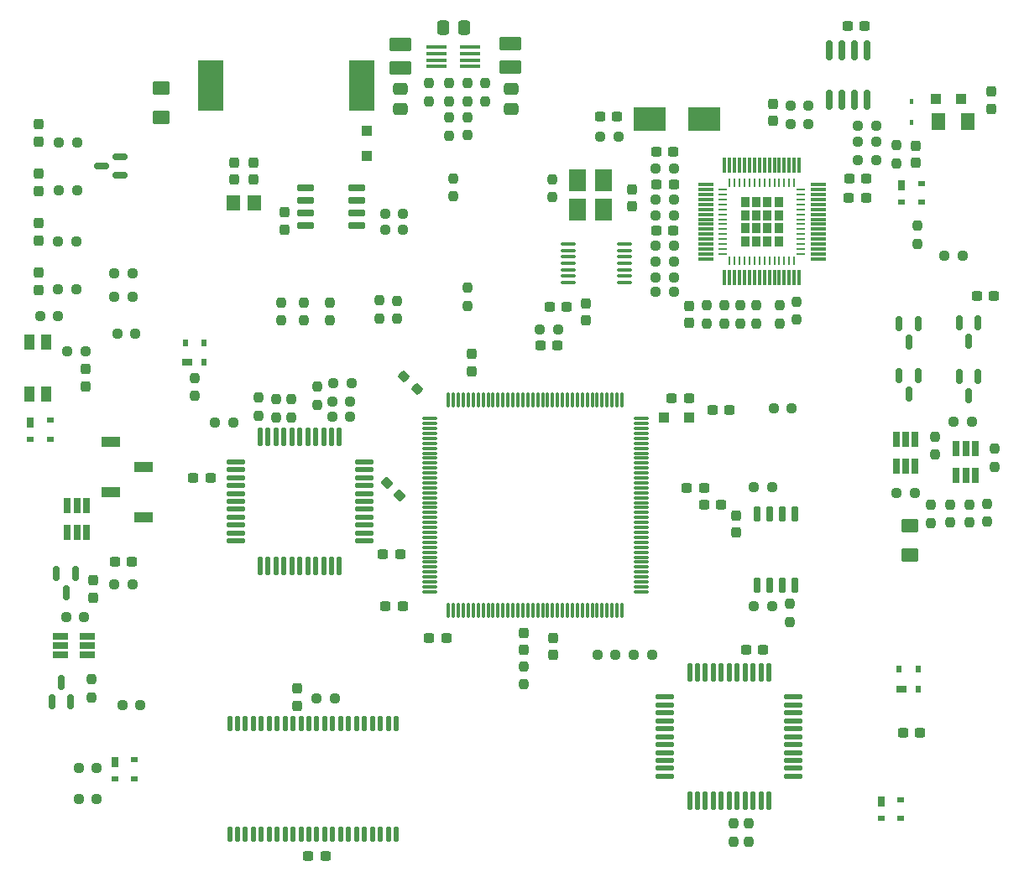
<source format=gbr>
%TF.GenerationSoftware,KiCad,Pcbnew,(6.0.7)*%
%TF.CreationDate,2023-03-28T13:11:04+02:00*%
%TF.ProjectId,open65,6f70656e-3635-42e6-9b69-6361645f7063,rev01*%
%TF.SameCoordinates,Original*%
%TF.FileFunction,Paste,Top*%
%TF.FilePolarity,Positive*%
%FSLAX46Y46*%
G04 Gerber Fmt 4.6, Leading zero omitted, Abs format (unit mm)*
G04 Created by KiCad (PCBNEW (6.0.7)) date 2023-03-28 13:11:04*
%MOMM*%
%LPD*%
G01*
G04 APERTURE LIST*
G04 Aperture macros list*
%AMRoundRect*
0 Rectangle with rounded corners*
0 $1 Rounding radius*
0 $2 $3 $4 $5 $6 $7 $8 $9 X,Y pos of 4 corners*
0 Add a 4 corners polygon primitive as box body*
4,1,4,$2,$3,$4,$5,$6,$7,$8,$9,$2,$3,0*
0 Add four circle primitives for the rounded corners*
1,1,$1+$1,$2,$3*
1,1,$1+$1,$4,$5*
1,1,$1+$1,$6,$7*
1,1,$1+$1,$8,$9*
0 Add four rect primitives between the rounded corners*
20,1,$1+$1,$2,$3,$4,$5,0*
20,1,$1+$1,$4,$5,$6,$7,0*
20,1,$1+$1,$6,$7,$8,$9,0*
20,1,$1+$1,$8,$9,$2,$3,0*%
G04 Aperture macros list end*
%ADD10R,1.760000X2.250000*%
%ADD11RoundRect,0.137500X-0.137500X-0.800000X0.137500X-0.800000X0.137500X0.800000X-0.137500X0.800000X0*%
%ADD12RoundRect,0.137500X-0.800000X-0.137500X0.800000X-0.137500X0.800000X0.137500X-0.800000X0.137500X0*%
%ADD13RoundRect,0.137500X0.800000X0.137500X-0.800000X0.137500X-0.800000X-0.137500X0.800000X-0.137500X0*%
%ADD14RoundRect,0.137500X0.137500X0.800000X-0.137500X0.800000X-0.137500X-0.800000X0.137500X-0.800000X0*%
%ADD15RoundRect,0.237500X-0.237500X0.250000X-0.237500X-0.250000X0.237500X-0.250000X0.237500X0.250000X0*%
%ADD16R,0.650000X1.560000*%
%ADD17RoundRect,0.237500X0.250000X0.237500X-0.250000X0.237500X-0.250000X-0.237500X0.250000X-0.237500X0*%
%ADD18RoundRect,0.150000X-0.150000X0.587500X-0.150000X-0.587500X0.150000X-0.587500X0.150000X0.587500X0*%
%ADD19RoundRect,0.237500X0.300000X0.237500X-0.300000X0.237500X-0.300000X-0.237500X0.300000X-0.237500X0*%
%ADD20RoundRect,0.237500X-0.300000X-0.237500X0.300000X-0.237500X0.300000X0.237500X-0.300000X0.237500X0*%
%ADD21RoundRect,0.237500X0.237500X-0.250000X0.237500X0.250000X-0.237500X0.250000X-0.237500X-0.250000X0*%
%ADD22RoundRect,0.237500X-0.250000X-0.237500X0.250000X-0.237500X0.250000X0.237500X-0.250000X0.237500X0*%
%ADD23R,1.560000X0.650000*%
%ADD24RoundRect,0.150000X-0.725000X-0.150000X0.725000X-0.150000X0.725000X0.150000X-0.725000X0.150000X0*%
%ADD25RoundRect,0.250001X-0.462499X-0.624999X0.462499X-0.624999X0.462499X0.624999X-0.462499X0.624999X0*%
%ADD26RoundRect,0.237500X-0.237500X0.300000X-0.237500X-0.300000X0.237500X-0.300000X0.237500X0.300000X0*%
%ADD27RoundRect,0.250001X-0.624999X0.462499X-0.624999X-0.462499X0.624999X-0.462499X0.624999X0.462499X0*%
%ADD28RoundRect,0.237500X-0.237500X0.287500X-0.237500X-0.287500X0.237500X-0.287500X0.237500X0.287500X0*%
%ADD29RoundRect,0.237500X0.344715X-0.008839X-0.008839X0.344715X-0.344715X0.008839X0.008839X-0.344715X0*%
%ADD30RoundRect,0.250001X-0.849999X0.462499X-0.849999X-0.462499X0.849999X-0.462499X0.849999X0.462499X0*%
%ADD31R,0.450000X0.600000*%
%ADD32R,1.000000X1.550000*%
%ADD33R,1.000000X1.000000*%
%ADD34RoundRect,0.150000X0.150000X-0.650000X0.150000X0.650000X-0.150000X0.650000X-0.150000X-0.650000X0*%
%ADD35RoundRect,0.237500X0.237500X-0.287500X0.237500X0.287500X-0.237500X0.287500X-0.237500X-0.287500X0*%
%ADD36RoundRect,0.237500X0.237500X-0.300000X0.237500X0.300000X-0.237500X0.300000X-0.237500X-0.300000X0*%
%ADD37R,1.900000X1.000000*%
%ADD38RoundRect,0.250000X0.475000X-0.337500X0.475000X0.337500X-0.475000X0.337500X-0.475000X-0.337500X0*%
%ADD39RoundRect,0.137500X-0.137500X0.625000X-0.137500X-0.625000X0.137500X-0.625000X0.137500X0.625000X0*%
%ADD40R,0.700000X1.000000*%
%ADD41R,0.700000X0.600000*%
%ADD42RoundRect,0.237500X-0.380070X0.044194X0.044194X-0.380070X0.380070X-0.044194X-0.044194X0.380070X0*%
%ADD43RoundRect,0.227500X-0.227500X-0.297500X0.227500X-0.297500X0.227500X0.297500X-0.227500X0.297500X0*%
%ADD44RoundRect,0.062500X-0.375000X-0.062500X0.375000X-0.062500X0.375000X0.062500X-0.375000X0.062500X0*%
%ADD45RoundRect,0.062500X-0.062500X-0.375000X0.062500X-0.375000X0.062500X0.375000X-0.062500X0.375000X0*%
%ADD46RoundRect,0.075000X-0.700000X-0.075000X0.700000X-0.075000X0.700000X0.075000X-0.700000X0.075000X0*%
%ADD47RoundRect,0.075000X-0.075000X-0.700000X0.075000X-0.700000X0.075000X0.700000X-0.075000X0.700000X0*%
%ADD48R,3.325000X2.400000*%
%ADD49R,2.500000X5.100000*%
%ADD50RoundRect,0.075000X-0.662500X-0.075000X0.662500X-0.075000X0.662500X0.075000X-0.662500X0.075000X0*%
%ADD51RoundRect,0.075000X-0.075000X-0.662500X0.075000X-0.662500X0.075000X0.662500X-0.075000X0.662500X0*%
%ADD52RoundRect,0.100000X0.637500X0.100000X-0.637500X0.100000X-0.637500X-0.100000X0.637500X-0.100000X0*%
%ADD53RoundRect,0.150000X0.587500X0.150000X-0.587500X0.150000X-0.587500X-0.150000X0.587500X-0.150000X0*%
%ADD54R,2.000000X0.400000*%
%ADD55RoundRect,0.150000X0.150000X-0.587500X0.150000X0.587500X-0.150000X0.587500X-0.150000X-0.587500X0*%
%ADD56RoundRect,0.250000X0.337500X0.475000X-0.337500X0.475000X-0.337500X-0.475000X0.337500X-0.475000X0*%
%ADD57R,1.000000X0.700000*%
%ADD58R,0.600000X0.700000*%
%ADD59RoundRect,0.150000X0.150000X-0.825000X0.150000X0.825000X-0.150000X0.825000X-0.150000X-0.825000X0*%
%ADD60R,1.400000X1.500000*%
%ADD61RoundRect,0.250001X0.849999X-0.462499X0.849999X0.462499X-0.849999X0.462499X-0.849999X-0.462499X0*%
G04 APERTURE END LIST*
D10*
%TO.C,X301*%
X114050000Y-67825000D03*
X111350000Y-67825000D03*
X111350000Y-70775000D03*
X114050000Y-70775000D03*
%TD*%
D11*
%TO.C,U201*%
X79380000Y-93752500D03*
X80180000Y-93752500D03*
X80980000Y-93752500D03*
X81780000Y-93752500D03*
X82580000Y-93752500D03*
X83380000Y-93752500D03*
X84180000Y-93752500D03*
X84980000Y-93752500D03*
X85780000Y-93752500D03*
X86580000Y-93752500D03*
X87380000Y-93752500D03*
D12*
X89867500Y-96240000D03*
X89867500Y-97040000D03*
X89867500Y-97840000D03*
X89867500Y-98640000D03*
X89867500Y-99440000D03*
X89867500Y-100240000D03*
X89867500Y-101040000D03*
X89867500Y-101840000D03*
X89867500Y-102640000D03*
X89867500Y-103440000D03*
X89867500Y-104240000D03*
D11*
X87380000Y-106727500D03*
X86580000Y-106727500D03*
X85780000Y-106727500D03*
X84980000Y-106727500D03*
X84180000Y-106727500D03*
X83380000Y-106727500D03*
X82580000Y-106727500D03*
X81780000Y-106727500D03*
X80980000Y-106727500D03*
X80180000Y-106727500D03*
X79380000Y-106727500D03*
D12*
X76892500Y-104240000D03*
X76892500Y-103440000D03*
X76892500Y-102640000D03*
X76892500Y-101840000D03*
X76892500Y-101040000D03*
X76892500Y-100240000D03*
X76892500Y-99440000D03*
X76892500Y-98640000D03*
X76892500Y-97840000D03*
X76892500Y-97040000D03*
X76892500Y-96240000D03*
%TD*%
D13*
%TO.C,U401*%
X133187500Y-128000000D03*
X133187500Y-127200000D03*
X133187500Y-126400000D03*
X133187500Y-125600000D03*
X133187500Y-124800000D03*
X133187500Y-124000000D03*
X133187500Y-123200000D03*
X133187500Y-122400000D03*
X133187500Y-121600000D03*
X133187500Y-120800000D03*
X133187500Y-120000000D03*
D14*
X130700000Y-117512500D03*
X129900000Y-117512500D03*
X129100000Y-117512500D03*
X128300000Y-117512500D03*
X127500000Y-117512500D03*
X126700000Y-117512500D03*
X125900000Y-117512500D03*
X125100000Y-117512500D03*
X124300000Y-117512500D03*
X123500000Y-117512500D03*
X122700000Y-117512500D03*
D13*
X120212500Y-120000000D03*
X120212500Y-120800000D03*
X120212500Y-121600000D03*
X120212500Y-122400000D03*
X120212500Y-123200000D03*
X120212500Y-124000000D03*
X120212500Y-124800000D03*
X120212500Y-125600000D03*
X120212500Y-126400000D03*
X120212500Y-127200000D03*
X120212500Y-128000000D03*
D14*
X122700000Y-130487500D03*
X123500000Y-130487500D03*
X124300000Y-130487500D03*
X125100000Y-130487500D03*
X125900000Y-130487500D03*
X126700000Y-130487500D03*
X127500000Y-130487500D03*
X128300000Y-130487500D03*
X129100000Y-130487500D03*
X129900000Y-130487500D03*
X130700000Y-130487500D03*
%TD*%
D15*
%TO.C,R517*%
X100300000Y-78687500D03*
X100300000Y-80512500D03*
%TD*%
D16*
%TO.C,U602*%
X149600000Y-97600000D03*
X150550000Y-97600000D03*
X151500000Y-97600000D03*
X151500000Y-94900000D03*
X150550000Y-94900000D03*
X149600000Y-94900000D03*
%TD*%
D17*
%TO.C,R305*%
X131012500Y-98800000D03*
X129187500Y-98800000D03*
%TD*%
D18*
%TO.C,Q601*%
X145750000Y-87512500D03*
X143850000Y-87512500D03*
X144800000Y-89387500D03*
%TD*%
D19*
%TO.C,C601*%
X153412500Y-79500000D03*
X151687500Y-79500000D03*
%TD*%
D17*
%TO.C,R514*%
X121112500Y-77600000D03*
X119287500Y-77600000D03*
%TD*%
%TO.C,R515*%
X121112500Y-79100000D03*
X119287500Y-79100000D03*
%TD*%
D20*
%TO.C,C502*%
X138787500Y-67680000D03*
X140512500Y-67680000D03*
%TD*%
D15*
%TO.C,R214*%
X83800000Y-80167500D03*
X83800000Y-81992500D03*
%TD*%
D21*
%TO.C,R414*%
X62400000Y-120012500D03*
X62400000Y-118187500D03*
%TD*%
D22*
%TO.C,R707*%
X59087500Y-64000000D03*
X60912500Y-64000000D03*
%TD*%
D23*
%TO.C,U403*%
X59250000Y-113850000D03*
X59250000Y-114800000D03*
X59250000Y-115750000D03*
X61950000Y-115750000D03*
X61950000Y-114800000D03*
X61950000Y-113850000D03*
%TD*%
D17*
%TO.C,R509*%
X134712500Y-62100000D03*
X132887500Y-62100000D03*
%TD*%
D24*
%TO.C,U402*%
X83975000Y-68575000D03*
X83975000Y-69845000D03*
X83975000Y-71115000D03*
X83975000Y-72385000D03*
X89125000Y-72385000D03*
X89125000Y-71115000D03*
X89125000Y-69845000D03*
X89125000Y-68575000D03*
%TD*%
D25*
%TO.C,F501*%
X147812500Y-61900000D03*
X150787500Y-61900000D03*
%TD*%
D26*
%TO.C,C307*%
X106000000Y-113537500D03*
X106000000Y-115262500D03*
%TD*%
D27*
%TO.C,F401*%
X69400000Y-58512500D03*
X69400000Y-61487500D03*
%TD*%
D20*
%TO.C,C405*%
X64737500Y-106350000D03*
X66462500Y-106350000D03*
%TD*%
D21*
%TO.C,R207*%
X86400000Y-81992500D03*
X86400000Y-80167500D03*
%TD*%
D28*
%TO.C,D502*%
X153100000Y-58825000D03*
X153100000Y-60575000D03*
%TD*%
D26*
%TO.C,C309*%
X127400000Y-101637500D03*
X127400000Y-103362500D03*
%TD*%
D22*
%TO.C,R508*%
X139687500Y-63900000D03*
X141512500Y-63900000D03*
%TD*%
D16*
%TO.C,U404*%
X59950000Y-103350000D03*
X60900000Y-103350000D03*
X61850000Y-103350000D03*
X61850000Y-100650000D03*
X60900000Y-100650000D03*
X59950000Y-100650000D03*
%TD*%
D29*
%TO.C,R210*%
X95195235Y-88875235D03*
X93904765Y-87584765D03*
%TD*%
D26*
%TO.C,C201*%
X83100000Y-119137500D03*
X83100000Y-120862500D03*
%TD*%
D21*
%TO.C,R604*%
X152700000Y-102312500D03*
X152700000Y-100487500D03*
%TD*%
D17*
%TO.C,R209*%
X88483500Y-90200000D03*
X86658500Y-90200000D03*
%TD*%
%TO.C,R415*%
X60825000Y-74000000D03*
X59000000Y-74000000D03*
%TD*%
D15*
%TO.C,R606*%
X147500000Y-93687500D03*
X147500000Y-95512500D03*
%TD*%
D26*
%TO.C,C303*%
X112200000Y-80217500D03*
X112200000Y-81942500D03*
%TD*%
D17*
%TO.C,R502*%
X150212500Y-75400000D03*
X148387500Y-75400000D03*
%TD*%
D20*
%TO.C,C505*%
X113637500Y-61380000D03*
X115362500Y-61380000D03*
%TD*%
%TO.C,C314*%
X120887500Y-89830000D03*
X122612500Y-89830000D03*
%TD*%
D22*
%TO.C,R307*%
X59087500Y-68800000D03*
X60912500Y-68800000D03*
%TD*%
D15*
%TO.C,R304*%
X132800000Y-110587500D03*
X132800000Y-112412500D03*
%TD*%
%TO.C,R401*%
X127100000Y-132787500D03*
X127100000Y-134612500D03*
%TD*%
D22*
%TO.C,R412*%
X64687500Y-79600000D03*
X66512500Y-79600000D03*
%TD*%
D30*
%TO.C,L702*%
X104600000Y-54037500D03*
X104600000Y-56362500D03*
%TD*%
D20*
%TO.C,C202*%
X84237500Y-136080000D03*
X85962500Y-136080000D03*
%TD*%
D17*
%TO.C,R513*%
X121112500Y-76000000D03*
X119287500Y-76000000D03*
%TD*%
D15*
%TO.C,R501*%
X145700000Y-72387500D03*
X145700000Y-74212500D03*
%TD*%
%TO.C,R511*%
X126250000Y-80467500D03*
X126250000Y-82292500D03*
%TD*%
D31*
%TO.C,D503*%
X145100000Y-59850000D03*
X145100000Y-61950000D03*
%TD*%
D21*
%TO.C,R703*%
X98400000Y-63312500D03*
X98400000Y-61487500D03*
%TD*%
%TO.C,R503*%
X143600000Y-66112500D03*
X143600000Y-64287500D03*
%TD*%
D32*
%TO.C,SW301*%
X56100000Y-89375000D03*
X56100000Y-84125000D03*
X57800000Y-89375000D03*
X57800000Y-84125000D03*
%TD*%
D26*
%TO.C,C509*%
X122650000Y-80517500D03*
X122650000Y-82242500D03*
%TD*%
D22*
%TO.C,R309*%
X113687500Y-63430000D03*
X115512500Y-63430000D03*
%TD*%
D15*
%TO.C,R608*%
X153450000Y-94937500D03*
X153450000Y-96762500D03*
%TD*%
D26*
%TO.C,C302*%
X108900000Y-114037500D03*
X108900000Y-115762500D03*
%TD*%
D33*
%TO.C,D301*%
X120150000Y-91800000D03*
X122650000Y-91800000D03*
%TD*%
D15*
%TO.C,R516*%
X129450000Y-80467500D03*
X129450000Y-82292500D03*
%TD*%
D17*
%TO.C,R302*%
X131012500Y-110800000D03*
X129187500Y-110800000D03*
%TD*%
%TO.C,R607*%
X151162500Y-92200000D03*
X149337500Y-92200000D03*
%TD*%
D15*
%TO.C,R510*%
X124450000Y-80467500D03*
X124450000Y-82292500D03*
%TD*%
D22*
%TO.C,R306*%
X117087500Y-115700000D03*
X118912500Y-115700000D03*
%TD*%
D26*
%TO.C,C317*%
X61750000Y-86887500D03*
X61750000Y-88612500D03*
%TD*%
D17*
%TO.C,R506*%
X134712500Y-60300000D03*
X132887500Y-60300000D03*
%TD*%
D22*
%TO.C,R505*%
X119287500Y-74400000D03*
X121112500Y-74400000D03*
%TD*%
D19*
%TO.C,C503*%
X121062500Y-72900000D03*
X119337500Y-72900000D03*
%TD*%
D21*
%TO.C,R407*%
X72800000Y-89612500D03*
X72800000Y-87787500D03*
%TD*%
D34*
%TO.C,U302*%
X129495000Y-108700000D03*
X130765000Y-108700000D03*
X132035000Y-108700000D03*
X133305000Y-108700000D03*
X133305000Y-101500000D03*
X132035000Y-101500000D03*
X130765000Y-101500000D03*
X129495000Y-101500000D03*
%TD*%
D26*
%TO.C,C501*%
X145500000Y-64337500D03*
X145500000Y-66062500D03*
%TD*%
D15*
%TO.C,R512*%
X127850000Y-80467500D03*
X127850000Y-82292500D03*
%TD*%
D35*
%TO.C,D402*%
X57000000Y-73875000D03*
X57000000Y-72125000D03*
%TD*%
D20*
%TO.C,C305*%
X124137500Y-100580000D03*
X125862500Y-100580000D03*
%TD*%
D19*
%TO.C,C311*%
X93500000Y-105580000D03*
X91775000Y-105580000D03*
%TD*%
D22*
%TO.C,R406*%
X61087500Y-127200000D03*
X62912500Y-127200000D03*
%TD*%
D36*
%TO.C,C315*%
X116900000Y-70462500D03*
X116900000Y-68737500D03*
%TD*%
D19*
%TO.C,C504*%
X121112500Y-68250000D03*
X119387500Y-68250000D03*
%TD*%
D22*
%TO.C,R504*%
X119287500Y-69800000D03*
X121112500Y-69800000D03*
%TD*%
D21*
%TO.C,R706*%
X100300000Y-63262500D03*
X100300000Y-61437500D03*
%TD*%
D37*
%TO.C,J604*%
X64350000Y-94190000D03*
X67650000Y-96730000D03*
X64350000Y-99270000D03*
X67650000Y-101810000D03*
%TD*%
D33*
%TO.C,D401*%
X90100000Y-65350000D03*
X90100000Y-62850000D03*
%TD*%
D20*
%TO.C,C406*%
X128400000Y-115200000D03*
X130125000Y-115200000D03*
%TD*%
D38*
%TO.C,C703*%
X104700000Y-60637500D03*
X104700000Y-58562500D03*
%TD*%
D20*
%TO.C,C507*%
X138637500Y-52200000D03*
X140362500Y-52200000D03*
%TD*%
D18*
%TO.C,Q603*%
X151800000Y-82212500D03*
X149900000Y-82212500D03*
X150850000Y-84087500D03*
%TD*%
D36*
%TO.C,C404*%
X62500000Y-109962500D03*
X62500000Y-108237500D03*
%TD*%
D39*
%TO.C,U202*%
X93100000Y-122712500D03*
X92300000Y-122712500D03*
X91500000Y-122712500D03*
X90700000Y-122712500D03*
X89900000Y-122712500D03*
X89100000Y-122712500D03*
X88300000Y-122712500D03*
X87500000Y-122712500D03*
X86700000Y-122712500D03*
X85900000Y-122712500D03*
X85100000Y-122712500D03*
X84300000Y-122712500D03*
X83500000Y-122712500D03*
X82700000Y-122712500D03*
X81900000Y-122712500D03*
X81100000Y-122712500D03*
X80300000Y-122712500D03*
X79500000Y-122712500D03*
X78700000Y-122712500D03*
X77900000Y-122712500D03*
X77100000Y-122712500D03*
X76300000Y-122712500D03*
X76300000Y-133887500D03*
X77100000Y-133887500D03*
X77900000Y-133887500D03*
X78700000Y-133887500D03*
X79500000Y-133887500D03*
X80300000Y-133887500D03*
X81100000Y-133887500D03*
X81900000Y-133887500D03*
X82700000Y-133887500D03*
X83500000Y-133887500D03*
X84300000Y-133887500D03*
X85100000Y-133887500D03*
X85900000Y-133887500D03*
X86700000Y-133887500D03*
X87500000Y-133887500D03*
X88300000Y-133887500D03*
X89100000Y-133887500D03*
X89900000Y-133887500D03*
X90700000Y-133887500D03*
X91500000Y-133887500D03*
X92300000Y-133887500D03*
X93100000Y-133887500D03*
%TD*%
D22*
%TO.C,R204*%
X74847500Y-92239000D03*
X76672500Y-92239000D03*
%TD*%
D40*
%TO.C,D303*%
X56200000Y-92250000D03*
D41*
X56200000Y-93950000D03*
X58200000Y-93950000D03*
X58200000Y-92050000D03*
%TD*%
D21*
%TO.C,R212*%
X82491000Y-91754500D03*
X82491000Y-89929500D03*
%TD*%
D17*
%TO.C,R416*%
X60825000Y-78800000D03*
X59000000Y-78800000D03*
%TD*%
D21*
%TO.C,R602*%
X149000000Y-102362500D03*
X149000000Y-100537500D03*
%TD*%
D42*
%TO.C,C204*%
X92190120Y-98390120D03*
X93409880Y-99609880D03*
%TD*%
D36*
%TO.C,C402*%
X76800000Y-67742500D03*
X76800000Y-66017500D03*
%TD*%
D43*
%TO.C,U501*%
X130560000Y-71350000D03*
X131680000Y-71350000D03*
X130560000Y-70050000D03*
X129440000Y-70050000D03*
X129440000Y-73950000D03*
X128320000Y-70050000D03*
X129440000Y-72650000D03*
X131680000Y-72650000D03*
X130560000Y-72650000D03*
X128320000Y-72650000D03*
X129440000Y-71350000D03*
X128320000Y-73950000D03*
X131680000Y-73950000D03*
X130560000Y-73950000D03*
X131680000Y-70050000D03*
X128320000Y-71350000D03*
D44*
X126062500Y-68750000D03*
X126062500Y-69250000D03*
X126062500Y-69750000D03*
X126062500Y-70250000D03*
X126062500Y-70750000D03*
X126062500Y-71250000D03*
X126062500Y-71750000D03*
X126062500Y-72250000D03*
X126062500Y-72750000D03*
X126062500Y-73250000D03*
X126062500Y-73750000D03*
X126062500Y-74250000D03*
X126062500Y-74750000D03*
X126062500Y-75250000D03*
D45*
X126750000Y-75937500D03*
X127250000Y-75937500D03*
X127750000Y-75937500D03*
X128250000Y-75937500D03*
X128750000Y-75937500D03*
X129250000Y-75937500D03*
X129750000Y-75937500D03*
X130250000Y-75937500D03*
X130750000Y-75937500D03*
X131250000Y-75937500D03*
X131750000Y-75937500D03*
X132250000Y-75937500D03*
X132750000Y-75937500D03*
X133250000Y-75937500D03*
D44*
X133937500Y-75250000D03*
X133937500Y-74750000D03*
X133937500Y-74250000D03*
X133937500Y-73750000D03*
X133937500Y-73250000D03*
X133937500Y-72750000D03*
X133937500Y-72250000D03*
X133937500Y-71750000D03*
X133937500Y-71250000D03*
X133937500Y-70750000D03*
X133937500Y-70250000D03*
X133937500Y-69750000D03*
X133937500Y-69250000D03*
X133937500Y-68750000D03*
D45*
X133250000Y-68062500D03*
X132750000Y-68062500D03*
X132250000Y-68062500D03*
X131750000Y-68062500D03*
X131250000Y-68062500D03*
X130750000Y-68062500D03*
X130250000Y-68062500D03*
X129750000Y-68062500D03*
X129250000Y-68062500D03*
X128750000Y-68062500D03*
X128250000Y-68062500D03*
X127750000Y-68062500D03*
X127250000Y-68062500D03*
X126750000Y-68062500D03*
%TD*%
D17*
%TO.C,R301*%
X115212500Y-115700000D03*
X113387500Y-115700000D03*
%TD*%
%TO.C,R507*%
X141512500Y-62300000D03*
X139687500Y-62300000D03*
%TD*%
D21*
%TO.C,R206*%
X79200000Y-91592500D03*
X79200000Y-89767500D03*
%TD*%
D15*
%TO.C,R518*%
X131800000Y-80467500D03*
X131800000Y-82292500D03*
%TD*%
D20*
%TO.C,C508*%
X138775000Y-69600000D03*
X140500000Y-69600000D03*
%TD*%
D21*
%TO.C,R521*%
X98850000Y-69442500D03*
X98850000Y-67617500D03*
%TD*%
D15*
%TO.C,R202*%
X93200000Y-79967500D03*
X93200000Y-81792500D03*
%TD*%
D46*
%TO.C,U504*%
X124325000Y-68250000D03*
X124325000Y-68750000D03*
X124325000Y-69250000D03*
X124325000Y-69750000D03*
X124325000Y-70250000D03*
X124325000Y-70750000D03*
X124325000Y-71250000D03*
X124325000Y-71750000D03*
X124325000Y-72250000D03*
X124325000Y-72750000D03*
X124325000Y-73250000D03*
X124325000Y-73750000D03*
X124325000Y-74250000D03*
X124325000Y-74750000D03*
X124325000Y-75250000D03*
X124325000Y-75750000D03*
D47*
X126250000Y-77675000D03*
X126750000Y-77675000D03*
X127250000Y-77675000D03*
X127750000Y-77675000D03*
X128250000Y-77675000D03*
X128750000Y-77675000D03*
X129250000Y-77675000D03*
X129750000Y-77675000D03*
X130250000Y-77675000D03*
X130750000Y-77675000D03*
X131250000Y-77675000D03*
X131750000Y-77675000D03*
X132250000Y-77675000D03*
X132750000Y-77675000D03*
X133250000Y-77675000D03*
X133750000Y-77675000D03*
D46*
X135675000Y-75750000D03*
X135675000Y-75250000D03*
X135675000Y-74750000D03*
X135675000Y-74250000D03*
X135675000Y-73750000D03*
X135675000Y-73250000D03*
X135675000Y-72750000D03*
X135675000Y-72250000D03*
X135675000Y-71750000D03*
X135675000Y-71250000D03*
X135675000Y-70750000D03*
X135675000Y-70250000D03*
X135675000Y-69750000D03*
X135675000Y-69250000D03*
X135675000Y-68750000D03*
X135675000Y-68250000D03*
D47*
X133750000Y-66325000D03*
X133250000Y-66325000D03*
X132750000Y-66325000D03*
X132250000Y-66325000D03*
X131750000Y-66325000D03*
X131250000Y-66325000D03*
X130750000Y-66325000D03*
X130250000Y-66325000D03*
X129750000Y-66325000D03*
X129250000Y-66325000D03*
X128750000Y-66325000D03*
X128250000Y-66325000D03*
X127750000Y-66325000D03*
X127250000Y-66325000D03*
X126750000Y-66325000D03*
X126250000Y-66325000D03*
%TD*%
D26*
%TO.C,C401*%
X81850000Y-71067500D03*
X81850000Y-72792500D03*
%TD*%
D22*
%TO.C,R520*%
X139687500Y-65760000D03*
X141512500Y-65760000D03*
%TD*%
D15*
%TO.C,R702*%
X96400000Y-57987500D03*
X96400000Y-59812500D03*
%TD*%
D22*
%TO.C,FB502*%
X119287500Y-66600000D03*
X121112500Y-66600000D03*
%TD*%
D18*
%TO.C,Q602*%
X145750000Y-82262500D03*
X143850000Y-82262500D03*
X144800000Y-84137500D03*
%TD*%
D15*
%TO.C,R402*%
X128700000Y-132787500D03*
X128700000Y-134612500D03*
%TD*%
D36*
%TO.C,C306*%
X100750000Y-87079999D03*
X100750000Y-85354999D03*
%TD*%
D22*
%TO.C,R410*%
X64687500Y-77200000D03*
X66512500Y-77200000D03*
%TD*%
D48*
%TO.C,Y501*%
X124162500Y-61630000D03*
X118637500Y-61630000D03*
%TD*%
D49*
%TO.C,BT401*%
X74400000Y-58250000D03*
X89600000Y-58250000D03*
%TD*%
D21*
%TO.C,R205*%
X91400000Y-81780000D03*
X91400000Y-79955000D03*
%TD*%
D36*
%TO.C,C510*%
X131100000Y-61842500D03*
X131100000Y-60117500D03*
%TD*%
D22*
%TO.C,R413*%
X59787500Y-111900000D03*
X61612500Y-111900000D03*
%TD*%
D19*
%TO.C,C602*%
X145962500Y-123600000D03*
X144237500Y-123600000D03*
%TD*%
D33*
%TO.C,D501*%
X147550000Y-59600000D03*
X150050000Y-59600000D03*
%TD*%
D27*
%TO.C,F601*%
X144910000Y-102714564D03*
X144910000Y-105689564D03*
%TD*%
D22*
%TO.C,FB501*%
X119287500Y-71400000D03*
X121112500Y-71400000D03*
%TD*%
D40*
%TO.C,D404*%
X64700000Y-126550000D03*
D41*
X64700000Y-128250000D03*
X66700000Y-128250000D03*
X66700000Y-126350000D03*
%TD*%
D40*
%TO.C,D602*%
X142000000Y-130550000D03*
D41*
X142000000Y-132250000D03*
X144000000Y-132250000D03*
X144000000Y-130350000D03*
%TD*%
D50*
%TO.C,U301*%
X96466500Y-91871000D03*
X96466500Y-92371000D03*
X96466500Y-92871000D03*
X96466500Y-93371000D03*
X96466500Y-93871000D03*
X96466500Y-94371000D03*
X96466500Y-94871000D03*
X96466500Y-95371000D03*
X96466500Y-95871000D03*
X96466500Y-96371000D03*
X96466500Y-96871000D03*
X96466500Y-97371000D03*
X96466500Y-97871000D03*
X96466500Y-98371000D03*
X96466500Y-98871000D03*
X96466500Y-99371000D03*
X96466500Y-99871000D03*
X96466500Y-100371000D03*
X96466500Y-100871000D03*
X96466500Y-101371000D03*
X96466500Y-101871000D03*
X96466500Y-102371000D03*
X96466500Y-102871000D03*
X96466500Y-103371000D03*
X96466500Y-103871000D03*
X96466500Y-104371000D03*
X96466500Y-104871000D03*
X96466500Y-105371000D03*
X96466500Y-105871000D03*
X96466500Y-106371000D03*
X96466500Y-106871000D03*
X96466500Y-107371000D03*
X96466500Y-107871000D03*
X96466500Y-108371000D03*
X96466500Y-108871000D03*
X96466500Y-109371000D03*
D51*
X98379000Y-111283500D03*
X98879000Y-111283500D03*
X99379000Y-111283500D03*
X99879000Y-111283500D03*
X100379000Y-111283500D03*
X100879000Y-111283500D03*
X101379000Y-111283500D03*
X101879000Y-111283500D03*
X102379000Y-111283500D03*
X102879000Y-111283500D03*
X103379000Y-111283500D03*
X103879000Y-111283500D03*
X104379000Y-111283500D03*
X104879000Y-111283500D03*
X105379000Y-111283500D03*
X105879000Y-111283500D03*
X106379000Y-111283500D03*
X106879000Y-111283500D03*
X107379000Y-111283500D03*
X107879000Y-111283500D03*
X108379000Y-111283500D03*
X108879000Y-111283500D03*
X109379000Y-111283500D03*
X109879000Y-111283500D03*
X110379000Y-111283500D03*
X110879000Y-111283500D03*
X111379000Y-111283500D03*
X111879000Y-111283500D03*
X112379000Y-111283500D03*
X112879000Y-111283500D03*
X113379000Y-111283500D03*
X113879000Y-111283500D03*
X114379000Y-111283500D03*
X114879000Y-111283500D03*
X115379000Y-111283500D03*
X115879000Y-111283500D03*
D50*
X117791500Y-109371000D03*
X117791500Y-108871000D03*
X117791500Y-108371000D03*
X117791500Y-107871000D03*
X117791500Y-107371000D03*
X117791500Y-106871000D03*
X117791500Y-106371000D03*
X117791500Y-105871000D03*
X117791500Y-105371000D03*
X117791500Y-104871000D03*
X117791500Y-104371000D03*
X117791500Y-103871000D03*
X117791500Y-103371000D03*
X117791500Y-102871000D03*
X117791500Y-102371000D03*
X117791500Y-101871000D03*
X117791500Y-101371000D03*
X117791500Y-100871000D03*
X117791500Y-100371000D03*
X117791500Y-99871000D03*
X117791500Y-99371000D03*
X117791500Y-98871000D03*
X117791500Y-98371000D03*
X117791500Y-97871000D03*
X117791500Y-97371000D03*
X117791500Y-96871000D03*
X117791500Y-96371000D03*
X117791500Y-95871000D03*
X117791500Y-95371000D03*
X117791500Y-94871000D03*
X117791500Y-94371000D03*
X117791500Y-93871000D03*
X117791500Y-93371000D03*
X117791500Y-92871000D03*
X117791500Y-92371000D03*
X117791500Y-91871000D03*
D51*
X115879000Y-89958500D03*
X115379000Y-89958500D03*
X114879000Y-89958500D03*
X114379000Y-89958500D03*
X113879000Y-89958500D03*
X113379000Y-89958500D03*
X112879000Y-89958500D03*
X112379000Y-89958500D03*
X111879000Y-89958500D03*
X111379000Y-89958500D03*
X110879000Y-89958500D03*
X110379000Y-89958500D03*
X109879000Y-89958500D03*
X109379000Y-89958500D03*
X108879000Y-89958500D03*
X108379000Y-89958500D03*
X107879000Y-89958500D03*
X107379000Y-89958500D03*
X106879000Y-89958500D03*
X106379000Y-89958500D03*
X105879000Y-89958500D03*
X105379000Y-89958500D03*
X104879000Y-89958500D03*
X104379000Y-89958500D03*
X103879000Y-89958500D03*
X103379000Y-89958500D03*
X102879000Y-89958500D03*
X102379000Y-89958500D03*
X101879000Y-89958500D03*
X101379000Y-89958500D03*
X100879000Y-89958500D03*
X100379000Y-89958500D03*
X99879000Y-89958500D03*
X99379000Y-89958500D03*
X98879000Y-89958500D03*
X98379000Y-89958500D03*
%TD*%
D52*
%TO.C,U503*%
X116162500Y-78150000D03*
X116162500Y-77500000D03*
X116162500Y-76850000D03*
X116162500Y-76200000D03*
X116162500Y-75550000D03*
X116162500Y-74900000D03*
X116162500Y-74250000D03*
X110437500Y-74250000D03*
X110437500Y-74900000D03*
X110437500Y-75550000D03*
X110437500Y-76200000D03*
X110437500Y-76850000D03*
X110437500Y-77500000D03*
X110437500Y-78150000D03*
%TD*%
D17*
%TO.C,R211*%
X86658500Y-91700000D03*
X88483500Y-91700000D03*
%TD*%
D20*
%TO.C,C316*%
X108587500Y-80580000D03*
X110312500Y-80580000D03*
%TD*%
D16*
%TO.C,U601*%
X143550000Y-96700000D03*
X144500000Y-96700000D03*
X145450000Y-96700000D03*
X145450000Y-94000000D03*
X144500000Y-94000000D03*
X143550000Y-94000000D03*
%TD*%
D22*
%TO.C,R411*%
X64687500Y-108600000D03*
X66512500Y-108600000D03*
%TD*%
D19*
%TO.C,C304*%
X93762500Y-110780000D03*
X92037500Y-110780000D03*
%TD*%
D15*
%TO.C,R519*%
X133500000Y-80067500D03*
X133500000Y-81892500D03*
%TD*%
%TO.C,FB301*%
X106000000Y-116887500D03*
X106000000Y-118712500D03*
%TD*%
D19*
%TO.C,C310*%
X98162500Y-114080000D03*
X96437500Y-114080000D03*
%TD*%
D22*
%TO.C,R601*%
X143575000Y-99350000D03*
X145400000Y-99350000D03*
%TD*%
D20*
%TO.C,C506*%
X119337500Y-64900000D03*
X121062500Y-64900000D03*
%TD*%
D22*
%TO.C,R201*%
X85087500Y-120100000D03*
X86912500Y-120100000D03*
%TD*%
D15*
%TO.C,R203*%
X81500000Y-80167500D03*
X81500000Y-81992500D03*
%TD*%
D53*
%TO.C,Q301*%
X65287500Y-67330000D03*
X65287500Y-65430000D03*
X63412500Y-66380000D03*
%TD*%
D21*
%TO.C,R605*%
X147050000Y-102412500D03*
X147050000Y-100587500D03*
%TD*%
D20*
%TO.C,C301*%
X124987500Y-91050000D03*
X126712500Y-91050000D03*
%TD*%
D22*
%TO.C,R215*%
X86785500Y-88302000D03*
X88610500Y-88302000D03*
%TD*%
D35*
%TO.C,D701*%
X57000000Y-63925000D03*
X57000000Y-62175000D03*
%TD*%
%TO.C,D302*%
X57000000Y-68875000D03*
X57000000Y-67125000D03*
%TD*%
D22*
%TO.C,R403*%
X91987500Y-71160000D03*
X93812500Y-71160000D03*
%TD*%
D19*
%TO.C,C203*%
X74362500Y-97900000D03*
X72637500Y-97900000D03*
%TD*%
D18*
%TO.C,Q604*%
X151800000Y-87662500D03*
X149900000Y-87662500D03*
X150850000Y-89537500D03*
%TD*%
D15*
%TO.C,R208*%
X80967000Y-89929500D03*
X80967000Y-91754500D03*
%TD*%
D20*
%TO.C,C312*%
X122437500Y-98880000D03*
X124162500Y-98880000D03*
%TD*%
D54*
%TO.C,U701*%
X100560000Y-56320000D03*
X100560000Y-55680000D03*
X100560000Y-55020000D03*
X100560000Y-54380000D03*
X97140000Y-54380000D03*
X97140000Y-55020000D03*
X97140000Y-55680000D03*
X97140000Y-56320000D03*
%TD*%
D15*
%TO.C,R705*%
X102100000Y-57987500D03*
X102100000Y-59812500D03*
%TD*%
D38*
%TO.C,C702*%
X93500000Y-60637500D03*
X93500000Y-58562500D03*
%TD*%
D55*
%TO.C,Q402*%
X58350000Y-120437500D03*
X60250000Y-120437500D03*
X59300000Y-118562500D03*
%TD*%
D17*
%TO.C,R311*%
X61762500Y-85100000D03*
X59937500Y-85100000D03*
%TD*%
D21*
%TO.C,R704*%
X100300000Y-59812500D03*
X100300000Y-57987500D03*
%TD*%
D56*
%TO.C,C701*%
X99937500Y-52400000D03*
X97862500Y-52400000D03*
%TD*%
D22*
%TO.C,R310*%
X57187500Y-81550000D03*
X59012500Y-81550000D03*
%TD*%
D21*
%TO.C,R603*%
X150900000Y-102362500D03*
X150900000Y-100537500D03*
%TD*%
D22*
%TO.C,R408*%
X64975000Y-83300000D03*
X66800000Y-83300000D03*
%TD*%
%TO.C,R409*%
X65487500Y-120800000D03*
X67312500Y-120800000D03*
%TD*%
D57*
%TO.C,D405*%
X72050000Y-86200000D03*
D58*
X73750000Y-86200000D03*
X73750000Y-84200000D03*
X71850000Y-84200000D03*
%TD*%
D35*
%TO.C,D403*%
X57000000Y-78875000D03*
X57000000Y-77125000D03*
%TD*%
D21*
%TO.C,R213*%
X85158000Y-90484500D03*
X85158000Y-88659500D03*
%TD*%
D59*
%TO.C,U502*%
X136805000Y-59655000D03*
X138075000Y-59655000D03*
X139345000Y-59655000D03*
X140615000Y-59655000D03*
X140615000Y-54705000D03*
X139345000Y-54705000D03*
X138075000Y-54705000D03*
X136805000Y-54705000D03*
%TD*%
D40*
%TO.C,D504*%
X144100000Y-68350000D03*
D41*
X144100000Y-70050000D03*
X146100000Y-70050000D03*
X146100000Y-68150000D03*
%TD*%
D60*
%TO.C,Y402*%
X76700000Y-70130000D03*
X78800000Y-70130000D03*
%TD*%
D21*
%TO.C,R701*%
X98400000Y-59812500D03*
X98400000Y-57987500D03*
%TD*%
%TO.C,R308*%
X108850000Y-69542500D03*
X108850000Y-67717500D03*
%TD*%
D22*
%TO.C,R405*%
X61087500Y-130300000D03*
X62912500Y-130300000D03*
%TD*%
D18*
%TO.C,Q401*%
X60750000Y-107562500D03*
X58850000Y-107562500D03*
X59800000Y-109437500D03*
%TD*%
D36*
%TO.C,C403*%
X78700000Y-67742500D03*
X78700000Y-66017500D03*
%TD*%
D61*
%TO.C,L701*%
X93500000Y-56462500D03*
X93500000Y-54137500D03*
%TD*%
D20*
%TO.C,C308*%
X107637500Y-84505000D03*
X109362500Y-84505000D03*
%TD*%
D22*
%TO.C,R404*%
X91962500Y-72835000D03*
X93787500Y-72835000D03*
%TD*%
%TO.C,R303*%
X131187500Y-90805000D03*
X133012500Y-90805000D03*
%TD*%
%TO.C,FB302*%
X107612500Y-82855000D03*
X109437500Y-82855000D03*
%TD*%
D57*
%TO.C,D601*%
X144050000Y-119200000D03*
D58*
X145750000Y-119200000D03*
X145750000Y-117200000D03*
X143850000Y-117200000D03*
%TD*%
M02*

</source>
